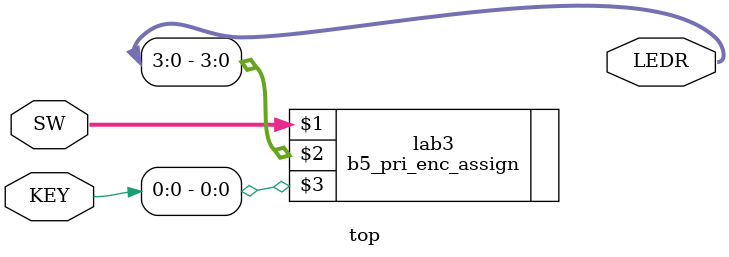
<source format=v>
module top (SW, KEY, LEDR);

    input wire [9:0] SW;        // DE-series switches
    input wire [3:0] KEY;       // DE-series pushbuttons

    output wire [9:0] LEDR;     // DE-series LEDs   

    b5_pri_enc_assign lab3 (SW[9:0], LEDR[3:0], KEY[0]);
 
endmodule


</source>
